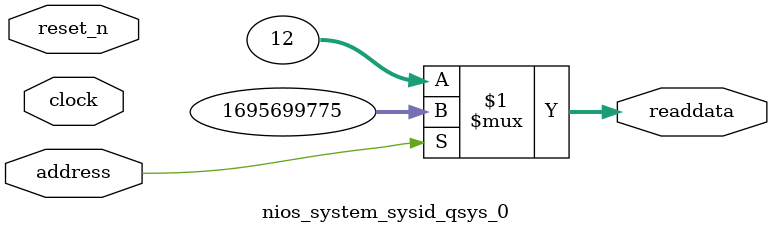
<source format=v>



// synthesis translate_off
`timescale 1ns / 1ps
// synthesis translate_on

// turn off superfluous verilog processor warnings 
// altera message_level Level1 
// altera message_off 10034 10035 10036 10037 10230 10240 10030 

module nios_system_sysid_qsys_0 (
               // inputs:
                address,
                clock,
                reset_n,

               // outputs:
                readdata
             )
;

  output  [ 31: 0] readdata;
  input            address;
  input            clock;
  input            reset_n;

  wire    [ 31: 0] readdata;
  //control_slave, which is an e_avalon_slave
  assign readdata = address ? 1695699775 : 12;

endmodule



</source>
